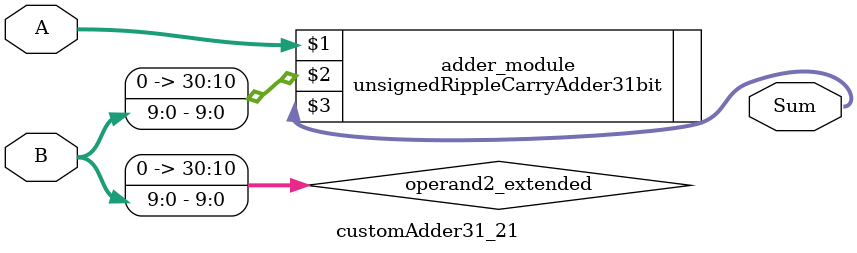
<source format=v>

module customAdder31_21(
                    input [30 : 0] A,
                    input [9 : 0] B,
                    
                    output [31 : 0] Sum
            );

    wire [30 : 0] operand2_extended;
    
    assign operand2_extended =  {21'b0, B};
    
    unsignedRippleCarryAdder31bit adder_module(
        A,
        operand2_extended,
        Sum
    );
    
endmodule
        
</source>
